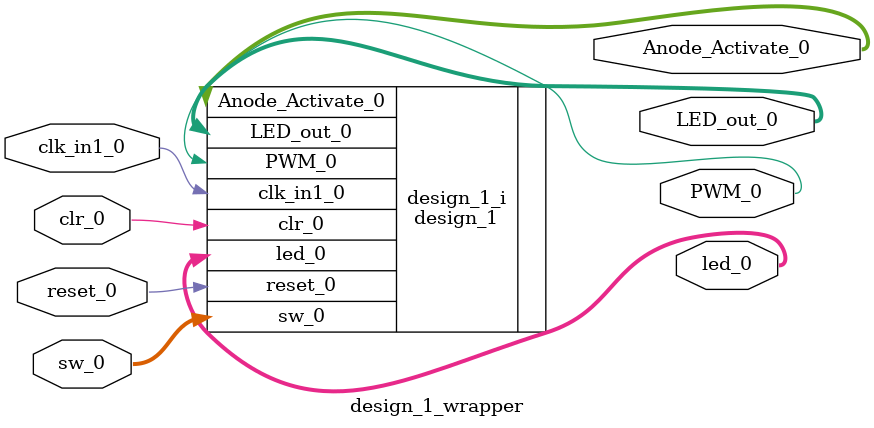
<source format=v>
`timescale 1 ps / 1 ps

module design_1_wrapper
   (Anode_Activate_0,
    LED_out_0,
    PWM_0,
    clk_in1_0,
    clr_0,
    led_0,
    reset_0,
    sw_0);
  output [3:0]Anode_Activate_0;
  output [6:0]LED_out_0;
  output PWM_0;
  input clk_in1_0;
  input clr_0;
  output [7:0]led_0;
  input reset_0;
  input [7:0]sw_0;

  wire [3:0]Anode_Activate_0;
  wire [6:0]LED_out_0;
  wire PWM_0;
  wire clk_in1_0;
  wire clr_0;
  wire [7:0]led_0;
  wire reset_0;
  wire [7:0]sw_0;

  design_1 design_1_i
       (.Anode_Activate_0(Anode_Activate_0),
        .LED_out_0(LED_out_0),
        .PWM_0(PWM_0),
        .clk_in1_0(clk_in1_0),
        .clr_0(clr_0),
        .led_0(led_0),
        .reset_0(reset_0),
        .sw_0(sw_0));
endmodule

</source>
